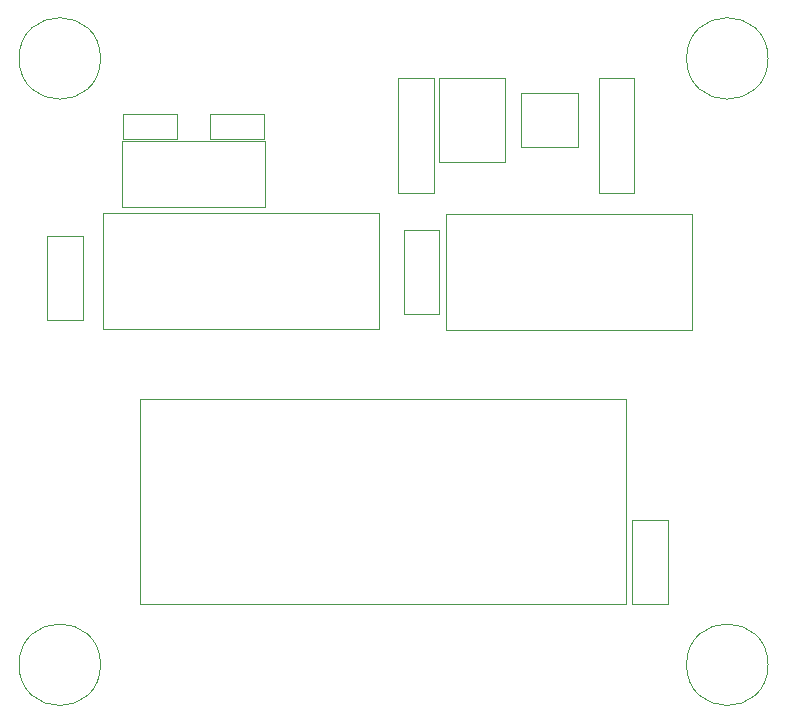
<source format=gbr>
%TF.GenerationSoftware,KiCad,Pcbnew,7.0.11-7.0.11~ubuntu22.04.1*%
%TF.CreationDate,2024-12-01T20:58:25-05:00*%
%TF.ProjectId,colecovision_multicart,636f6c65-636f-4766-9973-696f6e5f6d75,rev?*%
%TF.SameCoordinates,Original*%
%TF.FileFunction,Other,User*%
%FSLAX46Y46*%
G04 Gerber Fmt 4.6, Leading zero omitted, Abs format (unit mm)*
G04 Created by KiCad (PCBNEW 7.0.11-7.0.11~ubuntu22.04.1) date 2024-12-01 20:58:25*
%MOMM*%
%LPD*%
G01*
G04 APERTURE LIST*
%ADD10C,0.050000*%
G04 APERTURE END LIST*
D10*
%TO.C,C4*%
X127679375Y-68017000D02*
X127679375Y-65917000D01*
X127679375Y-65917000D02*
X123079375Y-65917000D01*
X123079375Y-68017000D02*
X127679375Y-68017000D01*
X123079375Y-65917000D02*
X123079375Y-68017000D01*
%TO.C,C1*%
X158824800Y-107385200D02*
X161824800Y-107385200D01*
X161824800Y-107385200D02*
X161824800Y-100285200D01*
X158824800Y-100285200D02*
X158824800Y-107385200D01*
X161824800Y-100285200D02*
X158824800Y-100285200D01*
%TO.C,C2*%
X112294800Y-76231400D02*
X109294800Y-76231400D01*
X109294800Y-76231400D02*
X109294800Y-83331400D01*
X112294800Y-83331400D02*
X112294800Y-76231400D01*
X109294800Y-83331400D02*
X112294800Y-83331400D01*
%TO.C,H2*%
X170328000Y-61214000D02*
G75*
G03*
X163428000Y-61214000I-3450000J0D01*
G01*
X163428000Y-61214000D02*
G75*
G03*
X170328000Y-61214000I3450000J0D01*
G01*
%TO.C,Q1*%
X142457200Y-69971000D02*
X148017200Y-69971000D01*
X142457200Y-69971000D02*
X142457200Y-62871000D01*
X148017200Y-62871000D02*
X148017200Y-69971000D01*
X148017200Y-62871000D02*
X142457200Y-62871000D01*
%TO.C,R1*%
X142038200Y-62881800D02*
X139038200Y-62881800D01*
X139038200Y-62881800D02*
X139038200Y-72601800D01*
X142038200Y-72601800D02*
X142038200Y-62881800D01*
X139038200Y-72601800D02*
X142038200Y-72601800D01*
%TO.C,C5*%
X120293375Y-68017000D02*
X120293375Y-65917000D01*
X120293375Y-65917000D02*
X115693375Y-65917000D01*
X115693375Y-68017000D02*
X120293375Y-68017000D01*
X115693375Y-65917000D02*
X115693375Y-68017000D01*
%TO.C,R2*%
X159005400Y-62881800D02*
X156005400Y-62881800D01*
X156005400Y-62881800D02*
X156005400Y-72601800D01*
X159005400Y-72601800D02*
X159005400Y-62881800D01*
X156005400Y-72601800D02*
X159005400Y-72601800D01*
%TO.C,U2*%
X158318800Y-90085200D02*
X117118800Y-90085200D01*
X117118800Y-90085200D02*
X117118800Y-107435200D01*
X158318800Y-107435200D02*
X158318800Y-90085200D01*
X117118800Y-107435200D02*
X158318800Y-107435200D01*
%TO.C,H4*%
X170328000Y-112547400D02*
G75*
G03*
X163428000Y-112547400I-3450000J0D01*
G01*
X163428000Y-112547400D02*
G75*
G03*
X170328000Y-112547400I3450000J0D01*
G01*
%TO.C,C3*%
X139470000Y-82833400D02*
X142470000Y-82833400D01*
X142470000Y-82833400D02*
X142470000Y-75733400D01*
X139470000Y-75733400D02*
X139470000Y-82833400D01*
X142470000Y-75733400D02*
X139470000Y-75733400D01*
%TO.C,H1*%
X113813000Y-61214000D02*
G75*
G03*
X106913000Y-61214000I-3450000J0D01*
G01*
X106913000Y-61214000D02*
G75*
G03*
X113813000Y-61214000I3450000J0D01*
G01*
%TO.C,D1*%
X149416200Y-64171000D02*
X149416200Y-68671000D01*
X149416200Y-68671000D02*
X154266200Y-68671000D01*
X154266200Y-64171000D02*
X149416200Y-64171000D01*
X154266200Y-68671000D02*
X154266200Y-64171000D01*
%TO.C,H3*%
X113813000Y-112547400D02*
G75*
G03*
X106913000Y-112547400I-3450000J0D01*
G01*
X106913000Y-112547400D02*
G75*
G03*
X113813000Y-112547400I3450000J0D01*
G01*
%TO.C,U3*%
X114019975Y-84094400D02*
X137419975Y-84094400D01*
X137419975Y-84094400D02*
X137419975Y-74294400D01*
X114019975Y-74294400D02*
X114019975Y-84094400D01*
X137419975Y-74294400D02*
X114019975Y-74294400D01*
%TO.C,U1*%
X143052200Y-84183400D02*
X163902200Y-84183400D01*
X163902200Y-84183400D02*
X163902200Y-74383400D01*
X143052200Y-74383400D02*
X143052200Y-84183400D01*
X163902200Y-74383400D02*
X143052200Y-74383400D01*
%TO.C,Y1*%
X127763375Y-73831000D02*
X127763375Y-68231000D01*
X127763375Y-68231000D02*
X115663375Y-68231000D01*
X115663375Y-73831000D02*
X127763375Y-73831000D01*
X115663375Y-68231000D02*
X115663375Y-73831000D01*
%TD*%
M02*

</source>
